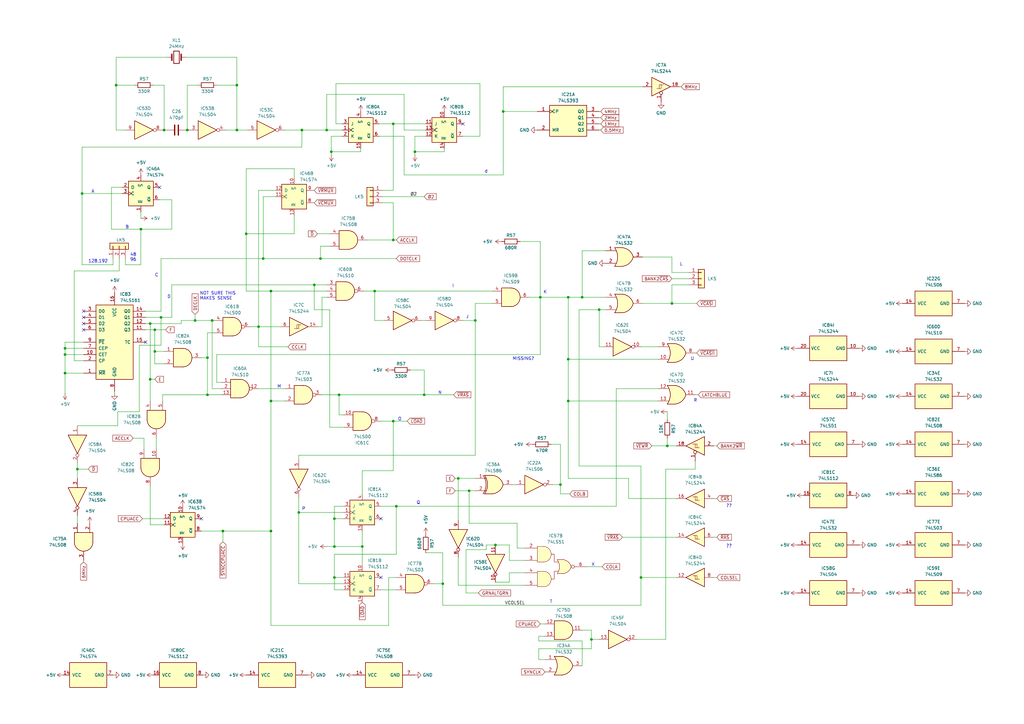
<source format=kicad_sch>
(kicad_sch (version 20230121) (generator eeschema)
  (paper "A3")
  (junction (at 31.75 192.405))
  (junction (at 233.045 164.465))
  (junction (at 273.685 182.88))
  (junction (at 137.16 212.725))
  (junction (at 97.155 34.925))
  (junction (at 135.89 62.23))
  (junction (at 139.065 161.925))
  (junction (at 107.95 106.045))
  (junction (at 161.29 98.425))
  (junction (at 63.5 135.255))
  (junction (at 97.155 53.34))
  (junction (at 137.16 236.855))
  (junction (at 76.835 53.34))
  (junction (at 100.965 95.885))
  (junction (at 194.945 131.445))
  (junction (at 148.59 224.155))
  (junction (at 229.87 198.755))
  (junction (at 161.29 172.72))
  (junction (at 153.67 119.38))
  (junction (at 57.785 93.98))
  (junction (at 187.96 196.215))
  (junction (at 262.89 236.855))
  (junction (at 26.67 142.875))
  (junction (at 133.985 53.34))
  (junction (at 238.76 121.92))
  (junction (at 192.405 201.295))
  (junction (at 80.01 131.445))
  (junction (at 162.56 207.645))
  (junction (at 61.595 155.575))
  (junction (at 111.125 217.805))
  (junction (at 111.125 119.38))
  (junction (at 128.905 116.84))
  (junction (at 91.44 217.805))
  (junction (at 233.045 147.32))
  (junction (at 106.045 133.985))
  (junction (at 26.67 145.415))
  (junction (at 170.18 62.23))
  (junction (at 67.31 53.34))
  (junction (at 66.04 130.175))
  (junction (at 245.745 127))
  (junction (at 111.125 164.465))
  (junction (at 242.57 262.255))
  (junction (at 26.67 153.035))
  (junction (at 203.2 223.52))
  (junction (at 221.615 121.92))
  (junction (at 86.995 131.445))
  (junction (at 123.825 53.34))
  (junction (at 122.555 210.185))
  (junction (at 137.16 224.155))
  (junction (at 131.445 106.045))
  (junction (at 47.625 34.925))
  (junction (at 85.09 161.925))
  (junction (at 61.595 132.715))
  (junction (at 181.61 239.395))
  (junction (at 206.375 45.72))
  (junction (at 85.09 146.685))
  (junction (at 275.59 124.46))
  (junction (at 173.99 161.925))
  (junction (at 233.045 121.92))
  (junction (at 33.655 79.375))
  (junction (at 161.29 50.8))
  (junction (at 63.5 144.145))
  (no_connect (at 82.55 212.725))
  (no_connect (at 34.29 130.175))
  (no_connect (at 156.21 212.725))
  (no_connect (at 34.29 127.635))
  (no_connect (at 34.29 135.255))
  (no_connect (at 59.69 140.335))
  (no_connect (at 65.405 76.835))
  (no_connect (at 156.21 236.855))
  (no_connect (at 34.29 132.715))
  (no_connect (at 189.865 50.8))
  (wire (pts (xy 48.26 168.91) (xy 48.26 174.625)))
  (wire (pts (xy 165.735 38.735) (xy 165.735 53.34)))
  (wire (pts (xy 47.625 53.34) (xy 47.625 34.925)))
  (wire (pts (xy 132.08 133.985) (xy 132.08 121.92)))
  (wire (pts (xy 86.995 131.445) (xy 86.995 159.385)))
  (wire (pts (xy 63.5 144.145) (xy 63.5 135.255)))
  (wire (pts (xy 275.59 105.41) (xy 275.59 111.76)))
  (wire (pts (xy 267.335 182.88) (xy 273.685 182.88)))
  (wire (pts (xy 150.495 98.425) (xy 161.29 98.425)))
  (wire (pts (xy 57.785 89.535) (xy 57.785 86.995)))
  (wire (pts (xy 238.76 262.89) (xy 220.98 262.89)))
  (wire (pts (xy 161.29 98.425) (xy 162.56 98.425)))
  (wire (pts (xy 245.745 142.24) (xy 247.65 142.24)))
  (wire (pts (xy 262.89 236.855) (xy 277.495 236.855)))
  (wire (pts (xy 80.01 128.905) (xy 80.01 131.445)))
  (wire (pts (xy 220.98 262.89) (xy 220.98 260.985)))
  (wire (pts (xy 59.055 179.705) (xy 59.055 184.15)))
  (wire (pts (xy 45.72 76.835) (xy 45.72 93.98)))
  (wire (pts (xy 97.155 53.34) (xy 97.155 34.925)))
  (wire (pts (xy 212.09 214.63) (xy 192.405 214.63)))
  (wire (pts (xy 242.57 266.065) (xy 242.57 262.255)))
  (wire (pts (xy 67.31 53.34) (xy 68.58 53.34)))
  (wire (pts (xy 156.21 207.645) (xy 162.56 207.645)))
  (wire (pts (xy 85.09 161.925) (xy 66.675 161.925)))
  (wire (pts (xy 120.65 95.885) (xy 100.965 95.885)))
  (wire (pts (xy 237.49 127) (xy 237.49 191.135)))
  (wire (pts (xy 123.825 60.325) (xy 33.655 60.325)))
  (wire (pts (xy 88.9 156.845) (xy 90.805 156.845)))
  (wire (pts (xy 88.9 34.925) (xy 97.155 34.925)))
  (wire (pts (xy 148.59 224.155) (xy 148.59 231.775)))
  (wire (pts (xy 257.81 196.215) (xy 257.81 204.47)))
  (wire (pts (xy 58.42 212.725) (xy 67.31 212.725)))
  (wire (pts (xy 186.055 161.925) (xy 173.99 161.925)))
  (wire (pts (xy 133.985 119.38) (xy 111.125 119.38)))
  (wire (pts (xy 133.985 53.34) (xy 140.335 53.34)))
  (wire (pts (xy 135.255 127) (xy 135.255 175.26)))
  (wire (pts (xy 106.045 78.105) (xy 106.045 133.985)))
  (wire (pts (xy 85.09 146.685) (xy 82.55 146.685)))
  (wire (pts (xy 212.09 224.79) (xy 215.265 224.79)))
  (wire (pts (xy 162.56 207.645) (xy 162.56 227.33)))
  (wire (pts (xy 88.9 145.415) (xy 221.615 145.415)))
  (wire (pts (xy 120.65 88.265) (xy 120.65 95.885)))
  (wire (pts (xy 86.995 159.385) (xy 90.805 159.385)))
  (wire (pts (xy 191.135 225.425) (xy 191.135 243.205)))
  (wire (pts (xy 123.825 53.34) (xy 133.985 53.34)))
  (wire (pts (xy 237.49 191.135) (xy 262.89 191.135)))
  (wire (pts (xy 161.29 78.105) (xy 161.29 50.8)))
  (wire (pts (xy 106.045 133.985) (xy 114.935 133.985)))
  (wire (pts (xy 77.47 53.34) (xy 76.835 53.34)))
  (wire (pts (xy 61.595 155.575) (xy 61.595 164.465)))
  (wire (pts (xy 211.455 198.755) (xy 210.185 198.755)))
  (wire (pts (xy 122.555 203.835) (xy 122.555 210.185)))
  (wire (pts (xy 186.69 201.295) (xy 192.405 201.295)))
  (wire (pts (xy 273.685 179.705) (xy 273.685 182.88)))
  (wire (pts (xy 275.59 111.76) (xy 282.575 111.76)))
  (wire (pts (xy 57.15 141.605) (xy 57.15 168.91)))
  (wire (pts (xy 189.865 55.88) (xy 196.85 55.88)))
  (wire (pts (xy 255.27 220.345) (xy 277.495 220.345)))
  (wire (pts (xy 148.59 217.805) (xy 148.59 224.155)))
  (wire (pts (xy 122.555 210.185) (xy 140.97 210.185)))
  (wire (pts (xy 189.865 131.445) (xy 194.945 131.445)))
  (wire (pts (xy 174.625 55.88) (xy 170.18 55.88)))
  (wire (pts (xy 116.84 53.34) (xy 123.825 53.34)))
  (wire (pts (xy 51.435 106.045) (xy 51.435 108.585)))
  (wire (pts (xy 221.615 99.06) (xy 213.36 99.06)))
  (wire (pts (xy 131.445 100.965) (xy 131.445 106.045)))
  (wire (pts (xy 215.265 229.87) (xy 208.915 229.87)))
  (wire (pts (xy 31.75 174.625) (xy 48.26 174.625)))
  (wire (pts (xy 187.96 240.03) (xy 187.96 228.6)))
  (wire (pts (xy 47.625 23.495) (xy 68.58 23.495)))
  (wire (pts (xy 139.065 170.18) (xy 139.065 161.925)))
  (wire (pts (xy 294.005 182.88) (xy 292.735 182.88)))
  (wire (pts (xy 100.965 95.885) (xy 100.965 69.215)))
  (wire (pts (xy 111.125 119.38) (xy 100.965 119.38)))
  (wire (pts (xy 220.98 266.065) (xy 242.57 266.065)))
  (wire (pts (xy 273.05 192.405) (xy 285.115 192.405)))
  (wire (pts (xy 165.735 55.88) (xy 165.735 71.755)))
  (wire (pts (xy 33.655 79.375) (xy 50.165 79.375)))
  (wire (pts (xy 34.29 230.505) (xy 34.29 229.87)))
  (wire (pts (xy 135.89 62.23) (xy 135.89 63.5)))
  (wire (pts (xy 122.555 186.69) (xy 194.945 186.69)))
  (wire (pts (xy 221.615 121.92) (xy 221.615 99.06)))
  (wire (pts (xy 133.985 38.735) (xy 165.735 38.735)))
  (wire (pts (xy 199.39 223.52) (xy 199.39 225.425)))
  (wire (pts (xy 245.745 127) (xy 237.49 127)))
  (wire (pts (xy 26.67 145.415) (xy 26.67 153.035)))
  (wire (pts (xy 153.67 119.38) (xy 201.93 119.38)))
  (wire (pts (xy 70.485 93.98) (xy 70.485 81.915)))
  (wire (pts (xy 246.38 45.72) (xy 245.745 45.72)))
  (wire (pts (xy 34.29 140.335) (xy 26.67 140.335)))
  (wire (pts (xy 51.435 108.585) (xy 57.785 108.585)))
  (wire (pts (xy 170.18 55.88) (xy 170.18 62.23)))
  (wire (pts (xy 137.16 236.855) (xy 140.97 236.855)))
  (wire (pts (xy 246.38 48.26) (xy 245.745 48.26)))
  (wire (pts (xy 85.09 146.685) (xy 85.09 161.925)))
  (wire (pts (xy 221.615 255.905) (xy 223.52 255.905)))
  (wire (pts (xy 273.685 168.91) (xy 273.685 172.085)))
  (wire (pts (xy 46.99 161.29) (xy 46.99 160.655)))
  (wire (pts (xy 173.99 161.925) (xy 139.065 161.925)))
  (wire (pts (xy 130.175 133.985) (xy 132.08 133.985)))
  (wire (pts (xy 156.845 78.105) (xy 161.29 78.105)))
  (wire (pts (xy 87.63 136.525) (xy 85.09 136.525)))
  (wire (pts (xy 67.31 149.225) (xy 63.5 149.225)))
  (wire (pts (xy 248.285 127) (xy 245.745 127)))
  (wire (pts (xy 47.625 34.925) (xy 47.625 23.495)))
  (wire (pts (xy 131.445 106.045) (xy 162.56 106.045)))
  (wire (pts (xy 51.435 53.34) (xy 47.625 53.34)))
  (wire (pts (xy 135.255 175.26) (xy 140.97 175.26)))
  (wire (pts (xy 61.595 132.715) (xy 61.595 155.575)))
  (wire (pts (xy 229.87 202.565) (xy 233.68 202.565)))
  (wire (pts (xy 221.615 145.415) (xy 221.615 121.92)))
  (wire (pts (xy 248.285 102.87) (xy 238.76 102.87)))
  (wire (pts (xy 196.85 34.29) (xy 137.795 34.29)))
  (wire (pts (xy 263.525 105.41) (xy 275.59 105.41)))
  (wire (pts (xy 111.125 217.805) (xy 111.125 256.54)))
  (wire (pts (xy 252.73 159.385) (xy 252.73 207.645)))
  (wire (pts (xy 263.525 124.46) (xy 275.59 124.46)))
  (wire (pts (xy 233.045 164.465) (xy 269.875 164.465)))
  (wire (pts (xy 208.915 238.76) (xy 208.915 234.95)))
  (wire (pts (xy 47.625 34.925) (xy 55.245 34.925)))
  (wire (pts (xy 196.85 55.88) (xy 196.85 34.29)))
  (wire (pts (xy 294.005 236.855) (xy 292.735 236.855)))
  (wire (pts (xy 113.03 78.105) (xy 106.045 78.105)))
  (wire (pts (xy 156.21 241.935) (xy 162.56 241.935)))
  (wire (pts (xy 100.965 119.38) (xy 100.965 95.885)))
  (wire (pts (xy 74.295 132.715) (xy 74.295 131.445)))
  (wire (pts (xy 262.89 191.135) (xy 262.89 236.855)))
  (wire (pts (xy 128.905 83.185) (xy 128.27 83.185)))
  (wire (pts (xy 100.965 69.215) (xy 120.65 69.215)))
  (wire (pts (xy 242.57 258.445) (xy 238.76 258.445)))
  (wire (pts (xy 26.67 153.035) (xy 34.29 153.035)))
  (wire (pts (xy 59.69 130.175) (xy 66.04 130.175)))
  (wire (pts (xy 229.87 182.245) (xy 226.06 182.245)))
  (wire (pts (xy 187.96 196.215) (xy 187.96 213.36)))
  (wire (pts (xy 31.75 192.405) (xy 36.195 192.405)))
  (wire (pts (xy 61.595 199.39) (xy 61.595 215.265)))
  (wire (pts (xy 192.405 214.63) (xy 192.405 201.295)))
  (wire (pts (xy 221.615 121.92) (xy 233.045 121.92)))
  (wire (pts (xy 66.04 127.635) (xy 66.04 106.045)))
  (wire (pts (xy 162.56 227.33) (xy 137.16 227.33)))
  (wire (pts (xy 128.905 127) (xy 135.255 127)))
  (wire (pts (xy 199.39 225.425) (xy 191.135 225.425)))
  (wire (pts (xy 233.045 121.92) (xy 233.045 147.32)))
  (wire (pts (xy 128.905 78.105) (xy 128.27 78.105)))
  (wire (pts (xy 260.985 262.255) (xy 273.05 262.255)))
  (wire (pts (xy 181.61 226.695) (xy 181.61 239.395)))
  (wire (pts (xy 111.125 217.805) (xy 91.44 217.805)))
  (wire (pts (xy 106.045 133.985) (xy 106.045 142.24)))
  (wire (pts (xy 191.135 243.205) (xy 196.215 243.205)))
  (wire (pts (xy 48.895 111.125) (xy 30.48 111.125)))
  (wire (pts (xy 273.685 182.88) (xy 277.495 182.88)))
  (wire (pts (xy 70.485 81.915) (xy 65.405 81.915)))
  (wire (pts (xy 238.76 102.87) (xy 238.76 121.92)))
  (wire (pts (xy 33.655 108.585) (xy 33.655 79.375)))
  (wire (pts (xy 156.845 83.185) (xy 161.29 83.185)))
  (wire (pts (xy 242.57 262.255) (xy 245.745 262.255)))
  (wire (pts (xy 285.115 192.405) (xy 285.115 189.23)))
  (wire (pts (xy 269.875 159.385) (xy 252.73 159.385)))
  (wire (pts (xy 63.5 144.145) (xy 67.31 144.145)))
  (wire (pts (xy 91.44 217.805) (xy 82.55 217.805)))
  (wire (pts (xy 59.69 132.715) (xy 61.595 132.715)))
  (wire (pts (xy 277.495 204.47) (xy 257.81 204.47)))
  (wire (pts (xy 26.67 145.415) (xy 34.29 145.415)))
  (wire (pts (xy 59.69 127.635) (xy 66.04 127.635)))
  (wire (pts (xy 155.575 50.8) (xy 161.29 50.8)))
  (wire (pts (xy 91.44 222.25) (xy 91.44 217.805)))
  (wire (pts (xy 106.045 159.385) (xy 116.84 159.385)))
  (wire (pts (xy 26.67 142.875) (xy 26.67 145.415)))
  (wire (pts (xy 107.95 106.045) (xy 131.445 106.045)))
  (wire (pts (xy 26.67 142.875) (xy 34.29 142.875)))
  (wire (pts (xy 76.835 53.34) (xy 76.2 53.34)))
  (wire (pts (xy 26.67 140.335) (xy 26.67 142.875)))
  (wire (pts (xy 153.67 131.445) (xy 157.48 131.445)))
  (wire (pts (xy 159.385 236.855) (xy 162.56 236.855)))
  (wire (pts (xy 111.125 164.465) (xy 111.125 217.805)))
  (wire (pts (xy 229.87 198.755) (xy 229.87 182.245)))
  (wire (pts (xy 31.75 192.405) (xy 31.75 196.215)))
  (wire (pts (xy 246.38 53.34) (xy 245.745 53.34)))
  (wire (pts (xy 137.795 50.8) (xy 140.335 50.8)))
  (wire (pts (xy 203.2 223.52) (xy 199.39 223.52)))
  (wire (pts (xy 285.75 144.78) (xy 285.115 144.78)))
  (wire (pts (xy 66.04 130.175) (xy 70.485 130.175)))
  (wire (pts (xy 70.485 130.175) (xy 70.485 116.84)))
  (wire (pts (xy 128.905 116.84) (xy 128.905 127)))
  (wire (pts (xy 122.555 188.595) (xy 122.555 186.69)))
  (wire (pts (xy 206.375 71.755) (xy 206.375 45.72)))
  (wire (pts (xy 66.675 53.34) (xy 67.31 53.34)))
  (wire (pts (xy 66.04 106.045) (xy 107.95 106.045)))
  (wire (pts (xy 34.29 147.955) (xy 30.48 147.955)))
  (wire (pts (xy 137.795 34.29) (xy 137.795 50.8)))
  (wire (pts (xy 233.045 164.465) (xy 233.045 196.215)))
  (wire (pts (xy 48.895 106.045) (xy 48.895 111.125)))
  (wire (pts (xy 177.8 239.395) (xy 181.61 239.395)))
  (wire (pts (xy 212.09 224.79) (xy 212.09 214.63)))
  (wire (pts (xy 206.375 45.72) (xy 220.345 45.72)))
  (wire (pts (xy 31.75 189.865) (xy 31.75 192.405)))
  (wire (pts (xy 226.695 198.755) (xy 229.87 198.755)))
  (wire (pts (xy 275.59 114.3) (xy 282.575 114.3)))
  (wire (pts (xy 269.875 142.24) (xy 262.89 142.24)))
  (wire (pts (xy 194.945 131.445) (xy 194.945 186.69)))
  (wire (pts (xy 97.155 23.495) (xy 76.2 23.495)))
  (wire (pts (xy 275.59 124.46) (xy 275.59 116.84)))
  (wire (pts (xy 208.915 229.87) (xy 208.915 223.52)))
  (wire (pts (xy 111.125 256.54) (xy 159.385 256.54)))
  (wire (pts (xy 88.9 145.415) (xy 88.9 156.845)))
  (wire (pts (xy 173.99 151.765) (xy 173.99 161.925)))
  (wire (pts (xy 238.76 273.05) (xy 238.76 262.89)))
  (wire (pts (xy 140.335 55.88) (xy 135.89 55.88)))
  (wire (pts (xy 139.065 161.925) (xy 132.08 161.925)))
  (wire (pts (xy 223.52 270.51) (xy 220.98 270.51)))
  (wire (pts (xy 182.245 62.23) (xy 170.18 62.23)))
  (wire (pts (xy 46.355 108.585) (xy 33.655 108.585)))
  (wire (pts (xy 137.16 224.155) (xy 148.59 224.155)))
  (wire (pts (xy 63.5 149.225) (xy 63.5 144.145)))
  (wire (pts (xy 181.61 239.395) (xy 181.61 248.285)))
  (wire (pts (xy 172.72 131.445) (xy 174.625 131.445)))
  (wire (pts (xy 85.09 136.525) (xy 85.09 146.685)))
  (wire (pts (xy 64.135 184.15) (xy 64.135 179.705)))
  (wire (pts (xy 57.785 93.98) (xy 70.485 93.98)))
  (wire (pts (xy 57.15 168.91) (xy 48.26 168.91)))
  (wire (pts (xy 208.915 223.52) (xy 203.2 223.52)))
  (wire (pts (xy 137.16 212.725) (xy 137.16 224.155)))
  (wire (pts (xy 107.95 80.645) (xy 107.95 106.045)))
  (wire (pts (xy 140.97 170.18) (xy 139.065 170.18)))
  (wire (pts (xy 137.16 207.645) (xy 137.16 212.725)))
  (wire (pts (xy 123.825 53.34) (xy 123.825 60.325)))
  (wire (pts (xy 233.045 147.32) (xy 269.875 147.32)))
  (wire (pts (xy 106.045 142.24) (xy 118.11 142.24)))
  (wire (pts (xy 161.29 50.8) (xy 174.625 50.8)))
  (wire (pts (xy 275.59 116.84) (xy 282.575 116.84)))
  (wire (pts (xy 57.785 108.585) (xy 57.785 93.98)))
  (wire (pts (xy 122.555 239.395) (xy 140.97 239.395)))
  (wire (pts (xy 133.985 224.155) (xy 137.16 224.155)))
  (wire (pts (xy 220.98 270.51) (xy 220.98 266.065)))
  (wire (pts (xy 262.89 248.285) (xy 262.89 236.855)))
  (wire (pts (xy 147.955 60.96) (xy 147.955 62.23)))
  (wire (pts (xy 246.38 50.8) (xy 245.745 50.8)))
  (wire (pts (xy 181.61 248.285) (xy 262.89 248.285)))
  (wire (pts (xy 187.96 196.215) (xy 194.945 196.215)))
  (wire (pts (xy 130.175 95.885) (xy 135.255 95.885)))
  (wire (pts (xy 97.155 34.925) (xy 97.155 23.495)))
  (wire (pts (xy 208.915 234.95) (xy 215.265 234.95)))
  (wire (pts (xy 70.485 116.84) (xy 128.905 116.84)))
  (wire (pts (xy 74.295 131.445) (xy 80.01 131.445)))
  (wire (pts (xy 50.165 76.835) (xy 45.72 76.835)))
  (wire (pts (xy 148.59 202.565) (xy 148.59 193.04)))
  (wire (pts (xy 61.595 215.265) (xy 67.31 215.265)))
  (wire (pts (xy 233.045 121.92) (xy 238.76 121.92)))
  (wire (pts (xy 33.655 60.325) (xy 33.655 79.375)))
  (wire (pts (xy 233.045 147.32) (xy 233.045 164.465)))
  (wire (pts (xy 113.03 80.645) (xy 107.95 80.645)))
  (wire (pts (xy 161.29 193.04) (xy 161.29 172.72)))
  (wire (pts (xy 286.385 161.925) (xy 285.115 161.925)))
  (wire (pts (xy 229.87 202.565) (xy 229.87 198.755)))
  (wire (pts (xy 85.09 161.925) (xy 90.805 161.925)))
  (wire (pts (xy 63.5 135.255) (xy 67.945 135.255)))
  (wire (pts (xy 61.595 155.575) (xy 63.5 155.575)))
  (wire (pts (xy 30.48 147.955) (xy 30.48 111.125)))
  (wire (pts (xy 135.89 55.88) (xy 135.89 62.23)))
  (wire (pts (xy 106.045 133.985) (xy 102.87 133.985)))
  (wire (pts (xy 122.555 210.185) (xy 122.555 239.395)))
  (wire (pts (xy 148.59 193.04) (xy 161.29 193.04)))
  (wire (pts (xy 194.945 124.46) (xy 201.93 124.46)))
  (wire (pts (xy 66.04 141.605) (xy 57.15 141.605)))
  (wire (pts (xy 159.385 256.54) (xy 159.385 236.855)))
  (wire (pts (xy 242.57 262.255) (xy 242.57 258.445)))
  (wire (pts (xy 45.72 93.98) (xy 57.785 93.98)))
  (wire (pts (xy 46.355 106.045) (xy 46.355 108.585)))
  (wire (pts (xy 31.75 214.63) (xy 31.75 211.455)))
  (wire (pts (xy 120.65 69.215) (xy 120.65 73.025)))
  (wire (pts (xy 137.16 212.725) (xy 140.97 212.725)))
  (wire (pts (xy 245.745 127) (xy 245.745 142.24)))
  (wire (pts (xy 215.265 240.03) (xy 187.96 240.03)))
  (wire (pts (xy 81.28 34.925) (xy 76.835 34.925)))
  (wire (pts (xy 66.04 130.175) (xy 66.04 141.605)))
  (wire (pts (xy 220.98 260.985) (xy 223.52 260.985)))
  (wire (pts (xy 233.045 196.215) (xy 257.81 196.215)))
  (wire (pts (xy 135.255 100.965) (xy 131.445 100.965)))
  (wire (pts (xy 273.05 262.255) (xy 273.05 192.405)))
  (wire (pts (xy 66.675 161.925) (xy 66.675 164.465)))
  (wire (pts (xy 54.61 179.705) (xy 59.055 179.705)))
  (wire (pts (xy 140.97 207.645) (xy 137.16 207.645)))
  (wire (pts (xy 132.08 121.92) (xy 133.985 121.92)))
  (wire (pts (xy 173.99 151.765) (xy 168.275 151.765)))
  (wire (pts (xy 101.6 53.34) (xy 97.155 53.34)))
  (wire (pts (xy 67.31 34.925) (xy 67.31 53.34)))
  (wire (pts (xy 162.56 207.645) (xy 252.73 207.645)))
  (wire (pts (xy 170.18 62.23) (xy 170.18 63.5)))
  (wire (pts (xy 80.01 131.445) (xy 86.995 131.445)))
  (wire (pts (xy 279.4 35.56) (xy 278.765 35.56)))
  (wire (pts (xy 247.015 232.41) (xy 240.665 232.41)))
  (wire (pts (xy 153.67 119.38) (xy 153.67 131.445)))
  (wire (pts (xy 294.005 204.47) (xy 292.735 204.47)))
  (wire (pts (xy 161.29 172.72) (xy 156.21 172.72)))
  (wire (pts (xy 167.005 172.72) (xy 161.29 172.72)))
  (wire (pts (xy 217.17 121.92) (xy 221.615 121.92)))
  (wire (pts (xy 203.2 238.76) (xy 208.915 238.76)))
  (wire (pts (xy 186.69 196.215) (xy 187.96 196.215)))
  (wire (pts (xy 263.525 35.56) (xy 206.375 35.56)))
  (wire (pts (xy 238.76 121.92) (xy 248.285 121.92)))
  (wire (pts (xy 165.735 71.755) (xy 206.375 71.755)))
  (wire (pts (xy 155.575 55.88) (xy 165.735 55.88)))
  (wire (pts (xy 137.16 227.33) (xy 137.16 236.855)))
  (wire (pts (xy 192.405 201.295) (xy 194.945 201.295)))
  (wire (pts (xy 61.595 132.715) (xy 74.295 132.715)))
  (wire (pts (xy 174.625 226.695) (xy 181.61 226.695)))
  (wire (pts (xy 133.985 53.34) (xy 133.985 38.735)))
  (wire (pts (xy 63.5 135.255) (xy 59.69 135.255)))
  (wire (pts (xy 128.905 116.84) (xy 133.985 116.84)))
  (wire (pts (xy 111.125 119.38) (xy 111.125 164.465)))
  (wire (pts (xy 165.735 53.34) (xy 174.625 53.34)))
  (wire (pts (xy 76.835 34.925) (xy 76.835 53.34)))
  (wire (pts (xy 86.995 131.445) (xy 87.63 131.445)))
  (wire (pts (xy 140.97 241.935) (xy 137.16 241.935)))
  (wire (pts (xy 206.375 35.56) (xy 206.375 45.72)))
  (wire (pts (xy 26.67 153.035) (xy 26.67 161.29)))
  (wire (pts (xy 92.71 53.34) (xy 97.155 53.34)))
  (wire (pts (xy 294.005 220.345) (xy 292.735 220.345)))
  (wire (pts (xy 111.125 164.465) (xy 116.84 164.465)))
  (wire (pts (xy 137.16 241.935) (xy 137.16 236.855)))
  (wire (pts (xy 182.245 60.96) (xy 182.245 62.23)))
  (wire (pts (xy 149.225 119.38) (xy 153.67 119.38)))
  (wire (pts (xy 62.865 34.925) (xy 67.31 34.925)))
  (wire (pts (xy 156.845 80.645) (xy 173.99 80.645)))
  (wire (pts (xy 161.29 83.185) (xy 161.29 98.425)))
  (wire (pts (xy 275.59 124.46) (xy 285.75 124.46)))
  (wire (pts (xy 147.955 62.23) (xy 135.89 62.23)))
  (wire (pts (xy 194.945 131.445) (xy 194.945 124.46)))
  (text "U" (at 283.21 147.955 0) (effects (font (size 1.27 1.27)) (justify left bottom)))
  (text "K" (at 222.885 120.65 0) (effects (font (size 1.27 1.27)) (justify left bottom)))
  (text "R" (at 284.48 165.1 0) (effects (font (size 1.27 1.27)) (justify left bottom)))
  (text "I" (at 185.42 118.11 0) (effects (font (size 1.27 1.27)) (justify left bottom)))
  (text "P" (at 123.825 209.55 0) (effects (font (size 1.27 1.27)) (justify left bottom)))
  (text "128,192" (at 36.195 107.95 0) (effects (font (size 1.27 1.27)) (justify left bottom)))
  (text "B" (at 51.435 93.98 0) (effects (font (size 1.27 1.27)) (justify left bottom)))
  (text "A" (at 37.465 79.375 0) (effects (font (size 1.27 1.27)) (justify left bottom)))
  (text "??" (at 297.815 208.28 0) (effects (font (size 1.27 1.27)) (justify left bottom)))
  (text "N" (at 179.705 161.925 0) (effects (font (size 1.27 1.27)) (justify left bottom)))
  (text "C" (at 63.5 113.665 0) (effects (font (size 1.27 1.27)) (justify left bottom)))
  (text "d" (at 198.755 71.12 0) (effects (font (size 1.27 1.27)) (justify left bottom)))
  (text "D" (at 68.58 122.555 0) (effects (font (size 1.27 1.27)) (justify left bottom)))
  (text "48\n96" (at 53.34 107.315 0) (effects (font (size 1.27 1.27)) (justify left bottom)))
  (text "L" (at 278.765 109.22 0) (effects (font (size 1.27 1.27)) (justify left bottom)))
  (text "J" (at 191.135 130.81 0) (effects (font (size 1.27 1.27)) (justify left bottom)))
  (text "??" (at 297.815 224.79 0) (effects (font (size 1.27 1.27)) (justify left bottom)))
  (text "X" (at 242.57 232.41 0) (effects (font (size 1.27 1.27)) (justify left bottom)))
  (text "NOT SURE THIS\nMAKES SENSE" (at 81.915 123.19 0) (effects (font (size 1.27 1.27)) (justify left bottom)))
  (text "MISSING?" (at 210.185 147.955 0) (effects (font (size 1.27 1.27)) (justify left bottom)))
  (text "T" (at 225.425 247.65 0) (effects (font (size 1.27 1.27)) (justify left bottom)))
  (text "O" (at 163.195 172.72 0) (effects (font (size 1.27 1.27)) (justify left bottom)))
  (text "M" (at 113.665 159.385 0) (effects (font (size 1.27 1.27)) (justify left bottom)))
  (text "Q" (at 170.815 207.01 0) (effects (font (size 1.27 1.27)) (justify left bottom)))
  (label "VCOLSEL" (at 207.01 248.285 0))
  (label "Ø2" (at 168.275 80.645 0))
  (global_label "ACCLK" (shape input) (at 54.61 179.705 180) (property "Intersheetrefs" "${INTERSHEET_REFS}" (effects hide)))
  (global_label "~{VCASI}" (shape input) (at 285.75 124.46 0) (property "Intersheetrefs" "${INTERSHEET_REFS}" (effects hide)))
  (global_label "E" (shape input) (at 186.69 196.215 180) (property "Intersheetrefs" "${INTERSHEET_REFS}" (effects hide)))
  (global_label "8MHz" (shape input) (at 279.4 35.56 0) (property "Intersheetrefs" "${INTERSHEET_REFS}" (effects hide)))
  (global_label "Ø2" (shape input) (at 173.99 80.645 0) (property "Intersheetrefs" "${INTERSHEET_REFS}" (effects hide)))
  (global_label "~{D}" (shape input) (at 36.195 192.405 0) (property "Intersheetrefs" "${INTERSHEET_REFS}" (effects hide)))
  (global_label "~{VCASII}" (shape input) (at 285.75 144.78 0) (property "Intersheetrefs" "${INTERSHEET_REFS}" (effects hide)))
  (global_label "0.5MHz" (shape input) (at 246.38 53.34 0) (property "Intersheetrefs" "${INTERSHEET_REFS}" (effects hide)))
  (global_label "CPUACC" (shape input) (at 58.42 212.725 180) (property "Intersheetrefs" "${INTERSHEET_REFS}" (effects hide)))
  (global_label "~{VEWR}" (shape input) (at 267.335 182.88 180) (property "Intersheetrefs" "${INTERSHEET_REFS}" (effects hide)))
  (global_label "~{SYNCCPUACC}" (shape input) (at 91.44 222.25 270) (property "Intersheetrefs" "${INTERSHEET_REFS}" (effects hide)))
  (global_label "GRNALTGRN" (shape input) (at 196.215 243.205 0) (property "Intersheetrefs" "${INTERSHEET_REFS}" (effects hide)))
  (global_label "CCLK" (shape input) (at 118.11 142.24 0) (property "Intersheetrefs" "${INTERSHEET_REFS}" (effects hide)))
  (global_label "BANK2~{CAS}" (shape input) (at 275.59 114.3 180) (property "Intersheetrefs" "${INTERSHEET_REFS}" (effects hide)))
  (global_label "COLB" (shape input) (at 233.68 202.565 0) (property "Intersheetrefs" "${INTERSHEET_REFS}" (effects hide)))
  (global_label "~{VRMUX}" (shape input) (at 128.905 78.105 0) (property "Intersheetrefs" "${INTERSHEET_REFS}" (effects hide)))
  (global_label "F" (shape input) (at 67.945 135.255 0) (property "Intersheetrefs" "${INTERSHEET_REFS}" (effects hide)))
  (global_label "COLSEL" (shape input) (at 294.005 236.855 0) (property "Intersheetrefs" "${INTERSHEET_REFS}" (effects hide)))
  (global_label "~{LOAD}" (shape input) (at 148.59 247.015 270) (property "Intersheetrefs" "${INTERSHEET_REFS}" (effects hide)))
  (global_label "~{VRAS}" (shape input) (at 186.055 161.925 0) (property "Intersheetrefs" "${INTERSHEET_REFS}" (effects hide)))
  (global_label "DECLK" (shape input) (at 80.01 128.905 90) (property "Intersheetrefs" "${INTERSHEET_REFS}" (effects hide)))
  (global_label "~{VRAS}" (shape input) (at 255.27 220.345 180) (property "Intersheetrefs" "${INTERSHEET_REFS}" (effects hide)))
  (global_label "4MHz" (shape input) (at 246.38 45.72 0) (property "Intersheetrefs" "${INTERSHEET_REFS}" (effects hide)))
  (global_label "BANK2~{WR}" (shape input) (at 294.005 182.88 0) (property "Intersheetrefs" "${INTERSHEET_REFS}" (effects hide)))
  (global_label "2MHz" (shape input) (at 246.38 48.26 0) (property "Intersheetrefs" "${INTERSHEET_REFS}" (effects hide)))
  (global_label "~{VCMUX}" (shape input) (at 128.905 83.185 0) (property "Intersheetrefs" "${INTERSHEET_REFS}" (effects hide)))
  (global_label "1MHz" (shape input) (at 246.38 50.8 0) (property "Intersheetrefs" "${INTERSHEET_REFS}" (effects hide)))
  (global_label "DOTCLK" (shape input) (at 162.56 106.045 0) (property "Intersheetrefs" "${INTERSHEET_REFS}" (effects hide)))
  (global_label "COLA" (shape input) (at 247.015 232.41 0) (property "Intersheetrefs" "${INTERSHEET_REFS}" (effects hide)))
  (global_label "~{CAS}" (shape input) (at 294.005 204.47 0) (property "Intersheetrefs" "${INTERSHEET_REFS}" (effects hide)))
  (global_label "CPUACC" (shape input) (at 221.615 255.905 180) (property "Intersheetrefs" "${INTERSHEET_REFS}" (effects hide)))
  (global_label "~{D}" (shape input) (at 130.175 95.885 180) (property "Intersheetrefs" "${INTERSHEET_REFS}" (effects hide)))
  (global_label "LATCHBLUE" (shape input) (at 286.385 161.925 0) (property "Intersheetrefs" "${INTERSHEET_REFS}" (effects hide)))
  (global_label "6MHz" (shape input) (at 34.29 230.505 270) (property "Intersheetrefs" "${INTERSHEET_REFS}" (effects hide)))
  (global_label "~{RAS}" (shape input) (at 294.005 220.345 0) (property "Intersheetrefs" "${INTERSHEET_REFS}" (effects hide)))
  (global_label "SYNCLK" (shape input) (at 223.52 275.59 180) (property "Intersheetrefs" "${INTERSHEET_REFS}" (effects hide)))
  (global_label "ACCLK" (shape input) (at 162.56 98.425 0) (property "Intersheetrefs" "${INTERSHEET_REFS}" (effects hide)))
  (global_label "F" (shape input) (at 186.69 201.295 180) (property "Intersheetrefs" "${INTERSHEET_REFS}" (effects hide)))
  (global_label "E" (shape input) (at 63.5 155.575 0) (property "Intersheetrefs" "${INTERSHEET_REFS}" (effects hide)))
  (global_label "~{LOAD}" (shape input) (at 167.005 172.72 0) (property "Intersheetrefs" "${INTERSHEET_REFS}" (effects hide)))
  (symbol (lib_id "power:+5V") (at 370.205 182.245 90) (unit 1)
    (property "Reference" "#PWR015" (effects hide))
    (property "Value" "+5V" (at 367.03 182.245 90) (effects (justify left)))
    (instances (project "lynx128" (path "" (reference "#PWR015") (unit 1)) (path "" (reference "#PWR088") (unit 1)) (path "" (reference "#PWR0147") (unit 1))))
  )
  (symbol (lib_id "power:GND") (at 271.145 41.91 0) (mirror y) (unit 1)
    (property "Reference" "#PWR011" (effects hide))
    (property "Value" "GND" (at 271.145 46.355 0))
  )
  (symbol (lib_id "74xx:74LS32") (at 255.905 105.41 0) (unit 1)
    (property "Reference" "IC47" (at 255.905 97.155 0))
    (property "Value" "74LS32" (at 255.905 99.695 0))
    (property "Footprint" "LYNX:DIP-14_W7.62mm" (effects hide))
    (property "Datasheet" "http://www.ti.com/lit/gpn/sn74LS32" (effects hide))
  )
  (symbol (lib_id "power:+5V") (at 74.93 222.885 180) (unit 1)
    (property "Reference" "#PWR015" (effects hide))
    (property "Value" "+5V" (at 74.93 227.965 0))
    (instances (project "lynx128" (path "" (reference "#PWR015") (unit 1)) (path "" (reference "#PWR088") (unit 1)) (path "" (reference "#PWR0151") (unit 1))))
  )
  (symbol (lib_id "74xx:74LS08") (at 61.595 191.77 90) (mirror x) (unit 3)
    (property "Reference" "IC82" (at 55.245 190.4917 90) (effects (justify left)))
    (property "Value" "74LS08" (at 55.245 193.0317 90) (effects (justify left)))
    (property "Footprint" "LYNX:DIP-14_W7.62mm" (effects hide))
    (property "Datasheet" "http://www.ti.com/lit/gpn/sn74LS08" (effects hide))
  )
  (symbol (lib_id "74xx:74LS08") (at 382.905 182.245 90) (unit 5)
    (property "Reference" "IC82" (at 382.905 172.085 90))
    (property "Value" "74LS08" (at 382.905 174.625 90))
    (property "Footprint" "LYNX:DIP-14_W7.62mm" (effects hide))
    (property "Datasheet" "http://www.ti.com/lit/gpn/sn74LS08" (effects hide))
  )
  (symbol (lib_id "74xx:74LS04") (at 31.75 203.835 270) (unit 2)
    (property "Reference" "IC58" (at 36.195 202.565 90) (effects (justify left)))
    (property "Value" "74LS04" (at 36.195 205.105 90) (effects (justify left)))
    (property "Footprint" "LYNX:DIP-14_W7.62mm" (effects hide))
    (property "Datasheet" "http://www.ti.com/lit/gpn/sn74LS04" (effects hide))
  )
  (symbol (lib_id "74xx:74LS112") (at 182.245 53.34 0) (unit 2)
    (property "Reference" "IC80" (at 184.4391 43.815 0) (effects (justify left)))
    (property "Value" "74LS112" (at 184.4391 46.355 0) (effects (justify left)))
    (property "Footprint" "LYNX:DIP-16_W7.62mm" (effects hide))
    (property "Datasheet" "http://www.ti.com/lit/gpn/sn74LS112" (effects hide))
  )
  (symbol (lib_id "74xx:74LS32") (at 255.905 124.46 0) (unit 2)
    (property "Reference" "IC47" (at 255.905 116.205 0))
    (property "Value" "74LS32" (at 255.905 118.745 0))
    (property "Footprint" "LYNX:DIP-14_W7.62mm" (effects hide))
    (property "Datasheet" "http://www.ti.com/lit/gpn/sn74LS32" (effects hide))
  )
  (symbol (lib_id "power:GND") (at 395.605 124.46 90) (mirror x) (unit 1)
    (property "Reference" "#PWR040" (effects hide))
    (property "Value" "GND" (at 398.78 124.46 90) (effects (justify right)))
    (instances (project "lynx128" (path "" (reference "#PWR040") (unit 1)) (path "" (reference "#PWR048") (unit 1)) (path "" (reference "#PWR051") (unit 1)) (path "" (reference "#PWR087") (unit 1)) (path "" (reference "#PWR0177") (unit 1))))
  )
  (symbol (lib_id "74xx:74LS08") (at 74.93 146.685 0) (unit 1)
    (property "Reference" "IC82" (at 74.9217 137.795 0))
    (property "Value" "74LS08" (at 74.9217 140.335 0))
    (property "Footprint" "LYNX:DIP-14_W7.62mm" (effects hide))
    (property "Datasheet" "http://www.ti.com/lit/gpn/sn74LS08" (effects hide))
  )
  (symbol (lib_id "power:+5V") (at 26.67 161.29 180) (unit 1)
    (property "Reference" "#PWR015" (effects hide))
    (property "Value" "+5V" (at 26.67 165.735 0))
    (instances (project "lynx128" (path "" (reference "#PWR015") (unit 1)) (path "" (reference "#PWR088") (unit 1)) (path "" (reference "#PWR0143") (unit 1))))
  )
  (symbol (lib_id "74xx:74LS244_Split") (at 285.115 236.855 0) (mirror y) (unit 4)
    (property "Reference" "IC84" (at 285.115 228.6 0))
    (property "Value" "74LS244" (at 285.115 231.14 0))
    (property "Footprint" "LYNX:DIP-20_W7.62mm" (effects hide))
    (property "Datasheet" "http://www.ti.com/lit/ds/symlink/sn74ls241.pdf" (effects hide))
  )
  (symbol (lib_id "Device:C") (at 72.39 53.34 90) (unit 1)
    (property "Reference" "C26" (at 72.39 45.72 90))
    (property "Value" "470pF" (at 72.39 48.26 90))
    (property "Footprint" "LYNX:C_Disc_5.08mm - Large Box" (effects hide))
    (instances (project "lynx128" (path "" (reference "C26") (unit 1)) (path "" (reference "C46") (unit 1))))
  )
  (symbol (lib_id "74xx:74LS04") (at 203.2 231.14 270) (unit 5)
    (property "Reference" "IC58" (at 194.31 230.505 90) (effects (justify left)))
    (property "Value" "74LS04" (at 194.31 233.045 90) (effects (justify left)))
    (property "Footprint" "LYNX:DIP-14_W7.62mm" (effects hide))
    (property "Datasheet" "http://www.ti.com/lit/gpn/sn74LS04" (effects hide))
  )
  (symbol (lib_id "74xx:74LS08") (at 142.875 98.425 0) (unit 2)
    (property "Reference" "IC75" (at 142.8667 89.535 0))
    (property "Value" "74LS08" (at 142.8667 92.075 0))
    (property "Footprint" "LYNX:DIP-14_W7.62mm" (effects hide))
    (property "Datasheet" "http://www.ti.com/lit/gpn/sn74LS08" (effects hide))
  )
  (symbol (lib_id "74xx:74LS244_Split") (at 122.555 133.985 0) (unit 3)
    (property "Reference" "IC7" (at 122.555 125.095 0))
    (property "Value" "74LS244" (at 122.555 127.635 0))
    (property "Footprint" "LYNX:DIP-20_W7.62mm" (effects hide))
    (property "Datasheet" "http://www.ti.com/lit/ds/symlink/sn74ls241.pdf" (effects hide))
  )
  (symbol (lib_id "power:+5V") (at 370.205 243.205 90) (unit 1)
    (property "Reference" "#PWR015" (effects hide))
    (property "Value" "+5V" (at 367.03 243.205 90) (effects (justify left)))
    (instances (project "lynx128" (path "" (reference "#PWR015") (unit 1)) (path "" (reference "#PWR088") (unit 1)) (path "" (reference "#PWR0153") (unit 1))))
  )
  (symbol (lib_id "Device:R") (at 273.685 175.895 0) (unit 1)
    (property "Reference" "R57" (at 276.225 175.895 90))
    (property "Value" "10K" (at 271.145 175.895 90))
    (property "Footprint" "LYNX:Resistor 10.16mm" (effects hide))
    (instances (project "lynx128" (path "" (reference "R57") (unit 1)) (path "" (reference "R78") (unit 1))))
  )
  (symbol (lib_id "power:+5V") (at 160.655 151.765 90) (unit 1)
    (property "Reference" "#PWR015" (effects hide))
    (property "Value" "+5V" (at 156.845 151.765 90) (effects (justify left)))
    (instances (project "lynx128" (path "" (reference "#PWR015") (unit 1)) (path "" (reference "#PWR088") (unit 1)) (path "" (reference "#PWR0161") (unit 1))))
  )
  (symbol (lib_id "power:+5V") (at 74.93 207.645 0) (unit 1)
    (property "Reference" "#PWR015" (effects hide))
    (property "Value" "+5V" (at 74.93 203.2 0))
    (instances (project "lynx128" (path "" (reference "#PWR015") (unit 1)) (path "" (reference "#PWR088") (unit 1)) (path "" (reference "#PWR0152") (unit 1))))
  )
  (symbol (lib_id "power:GND") (at 395.605 202.565 90) (mirror x) (unit 1)
    (property "Reference" "#PWR040" (effects hide))
    (property "Value" "GND" (at 398.78 202.565 90) (effects (justify right)))
    (instances (project "lynx128" (path "" (reference "#PWR040") (unit 1)) (path "" (reference "#PWR048") (unit 1)) (path "" (reference "#PWR051") (unit 1)) (path "" (reference "#PWR087") (unit 1)) (path "" (reference "#PWR0175") (unit 1))))
  )
  (symbol (lib_id "power:GND") (at 395.605 162.56 90) (mirror x) (unit 1)
    (property "Reference" "#PWR040" (effects hide))
    (property "Value" "GND" (at 398.78 162.56 90) (effects (justify right)))
    (instances (project "lynx128" (path "" (reference "#PWR040") (unit 1)) (path "" (reference "#PWR048") (unit 1)) (path "" (reference "#PWR051") (unit 1)) (path "" (reference "#PWR087") (unit 1)) (path "" (reference "#PWR0168") (unit 1))))
  )
  (symbol (lib_id "74xx:74LS00") (at 148.59 172.72 0) (mirror x) (unit 3)
    (property "Reference" "IC61" (at 148.5817 181.61 0))
    (property "Value" "74LS00" (at 148.5817 179.07 0))
    (property "Footprint" "LYNX:DIP-14_W7.62mm" (effects hide))
    (property "Datasheet" "http://www.ti.com/lit/gpn/sn74ls00" (effects hide))
  )
  (symbol (lib_id "74xx:74LS04") (at 122.555 196.215 270) (unit 3)
    (property "Reference" "IC62" (at 128.27 194.945 90) (effects (justify left)))
    (property "Value" "74LS04" (at 128.27 197.485 90) (effects (justify left)))
    (property "Footprint" "LYNX:DIP-14_W7.62mm" (effects hide))
    (property "Datasheet" "http://www.ti.com/lit/gpn/sn74LS04" (effects hide))
  )
  (symbol (lib_id "74xx:74LS04") (at 85.09 53.34 0) (unit 2)
    (property "Reference" "IC53" (at 85.09 44.45 0))
    (property "Value" "74LS04" (at 85.09 46.99 0))
    (property "Footprint" "LYNX:DIP-14_W7.62mm" (effects hide))
    (property "Datasheet" "http://www.ti.com/lit/gpn/sn74LS04" (effects hide))
  )
  (symbol (lib_id "power:+5V") (at 205.74 99.06 90) (unit 1)
    (property "Reference" "#PWR015" (effects hide))
    (property "Value" "+5V" (at 201.93 99.06 90) (effects (justify left)))
    (instances (project "lynx128" (path "" (reference "#PWR015") (unit 1)) (path "" (reference "#PWR088") (unit 1)) (path "" (reference "#PWR0155") (unit 1))))
  )
  (symbol (lib_id "74xx:74LS03") (at 170.18 239.395 0) (unit 2)
    (property "Reference" "IC77" (at 170.1717 231.14 0))
    (property "Value" "74LS03" (at 170.1717 233.68 0))
    (property "Footprint" "LYNX:DIP-14_W7.62mm" (effects hide))
    (property "Datasheet" "http://www.ti.com/lit/gpn/sn74LS03" (effects hide))
  )
  (symbol (lib_id "power:GND") (at 248.285 107.95 270) (mirror x) (unit 1)
    (property "Reference" "#PWR040" (effects hide))
    (property "Value" "GND" (at 245.11 107.95 90) (effects (justify right)))
    (instances (project "lynx128" (path "" (reference "#PWR040") (unit 1)) (path "" (reference "#PWR048") (unit 1)) (path "" (reference "#PWR051") (unit 1)) (path "" (reference "#PWR087") (unit 1)) (path "" (reference "#PWR0158") (unit 1))))
  )
  (symbol (lib_id "power:+5V") (at 26.035 276.86 90) (unit 1)
    (property "Reference" "#PWR015" (effects hide))
    (property "Value" "+5V" (at 22.86 276.86 90) (effects (justify left)))
    (instances (project "lynx128" (path "" (reference "#PWR015") (unit 1)) (path "" (reference "#PWR088") (unit 1)) (path "" (reference "#PWR0118") (unit 1))))
  )
  (symbol (lib_id "Device:Crystal") (at 72.39 23.495 0) (unit 1)
    (property "Reference" "XL1" (at 72.39 16.51 0))
    (property "Value" "24MHz" (at 72.39 19.05 0))
    (property "Footprint" "LYNX:5.08mm Misc - No Box" (effects hide))
  )
  (symbol (lib_id "power:GND") (at 83.185 276.86 90) (mirror x) (unit 1)
    (property "Reference" "#PWR040" (effects hide))
    (property "Value" "GND" (at 86.36 276.86 90) (effects (justify right)))
    (instances (project "lynx128" (path "" (reference "#PWR040") (unit 1)) (path "" (reference "#PWR048") (unit 1)) (path "" (reference "#PWR051") (unit 1)) (path "" (reference "#PWR087") (unit 1)) (path "" (reference "#PWR0130") (unit 1))))
  )
  (symbol (lib_id "power:+5V") (at 170.18 63.5 180) (unit 1)
    (property "Reference" "#PWR015" (effects hide))
    (property "Value" "+5V" (at 170.18 67.945 0))
    (instances (project "lynx128" (path "" (reference "#PWR015") (unit 1)) (path "" (reference "#PWR088") (unit 1)) (path "" (reference "#PWR0133") (unit 1))))
  )
  (symbol (lib_id "power:+5V") (at 327.025 142.875 90) (unit 1)
    (property "Reference" "#PWR015" (effects hide))
    (property "Value" "+5V" (at 323.85 142.875 90) (effects (justify left)))
    (instances (project "lynx128" (path "" (reference "#PWR015") (unit 1)) (path "" (reference "#PWR088") (unit 1)) (path "" (reference "#PWR014") (unit 1))))
  )
  (symbol (lib_id "74xx:74LS86") (at 382.905 202.565 90) (unit 5)
    (property "Reference" "IC36" (at 382.905 192.405 90))
    (property "Value" "74LS86" (at 382.905 194.945 90))
    (property "Footprint" "LYNX:DIP-14_W7.62mm" (effects hide))
    (property "Datasheet" "74xx/74ls86.pdf" (effects hide))
  )
  (symbol (lib_id "power:+5V") (at 327.025 223.52 90) (unit 1)
    (property "Reference" "#PWR015" (effects hide))
    (property "Value" "+5V" (at 323.85 223.52 90) (effects (justify left)))
    (instances (project "lynx128" (path "" (reference "#PWR015") (unit 1)) (path "" (reference "#PWR088") (unit 1)) (path "" (reference "#PWR0156") (unit 1))))
  )
  (symbol (lib_id "74xx:74LS10") (at 382.905 144.145 90) (unit 4)
    (property "Reference" "IC60" (at 382.905 133.985 90))
    (property "Value" "74LS10" (at 382.905 136.525 90))
    (property "Footprint" "LYNX:DIP-14_W7.62mm" (effects hide))
    (property "Datasheet" "http://www.ti.com/lit/gpn/sn74LS10" (effects hide))
  )
  (symbol (lib_id "power:+5V") (at 370.205 124.46 90) (unit 1)
    (property "Reference" "#PWR015" (effects hide))
    (property "Value" "+5V" (at 367.03 124.46 90) (effects (justify left)))
    (instances (project "lynx128" (path "" (reference "#PWR015") (unit 1)) (path "" (reference "#PWR088") (unit 1)) (path "" (reference "#PWR0178") (unit 1))))
  )
  (symbol (lib_id "74xx:74LS04") (at 253.365 262.255 0) (unit 6)
    (property "Reference" "IC45" (at 253.365 253.365 0))
    (property "Value" "74LS04" (at 253.365 255.905 0))
    (property "Footprint" "LYNX:DIP-14_W7.62mm" (effects hide))
    (property "Datasheet" "http://www.ti.com/lit/gpn/sn74LS04" (effects hide))
  )
  (symbol (lib_id "74xx:74LS10") (at 98.425 159.385 0) (unit 1)
    (property "Reference" "IC60" (at 98.4167 151.13 0))
    (property "Value" "74LS10" (at 98.4167 153.67 0))
    (property "Footprint" "LYNX:DIP-14_W7.62mm" (effects hide))
    (property "Datasheet" "http://www.ti.com/lit/gpn/sn74LS10" (effects hide))
  )
  (symbol (lib_id "74xx:74LS393") (at 233.045 48.26 0) (unit 1)
    (property "Reference" "IC21" (at 233.045 38.735 0))
    (property "Value" "74LS393" (at 233.045 41.275 0))
    (property "Footprint" "LYNX:DIP-14_W7.62mm" (effects hide))
    (property "Datasheet" "74xx\\74LS393.pdf" (effects hide))
  )
  (symbol (lib_id "power:+5V") (at 370.205 162.56 90) (unit 1)
    (property "Reference" "#PWR015" (effects hide))
    (property "Value" "+5V" (at 367.03 162.56 90) (effects (justify left)))
    (instances (project "lynx128" (path "" (reference "#PWR015") (unit 1)) (path "" (reference "#PWR088") (unit 1)) (path "" (reference "#PWR0169") (unit 1))))
  )
  (symbol (lib_id "power:+5V") (at 46.99 120.015 0) (unit 1)
    (property "Reference" "#PWR015" (effects hide))
    (property "Value" "+5V" (at 46.99 114.935 0))
    (instances (project "lynx128" (path "" (reference "#PWR015") (unit 1)) (path "" (reference "#PWR088") (unit 1)) (path "" (reference "#PWR0141") (unit 1))))
  )
  (symbol (lib_id "power:GND") (at 395.605 182.245 90) (mirror x) (unit 1)
    (property "Reference" "#PWR040" (effects hide))
    (property "Value" "GND" (at 398.78 182.245 90) (effects (justify right)))
    (instances (project "lynx128" (path "" (reference "#PWR040") (unit 1)) (path "" (reference "#PWR048") (unit 1)) (path "" (reference "#PWR051") (unit 1)) (path "" (reference "#PWR087") (unit 1)) (path "" (reference "#PWR0146") (unit 1))))
  )
  (symbol (lib_id "Device:R") (at 164.465 151.765 90) (unit 1)
    (property "Reference" "R57" (at 164.465 149.225 90))
    (property "Value" "330R" (at 164.465 154.305 90))
    (property "Footprint" "LYNX:Resistor 10.16mm" (effects hide))
    (instances (project "lynx128" (path "" (reference "R57") (unit 1)) (path "" (reference "R77") (unit 1))))
  )
  (symbol (lib_id "74xx:74LS03") (at 124.46 161.925 0) (unit 1)
    (property "Reference" "IC77" (at 124.4517 153.035 0))
    (property "Value" "74LS03" (at 124.4517 155.575 0))
    (property "Footprint" "LYNX:DIP-14_W7.62mm" (effects hide))
    (property "Datasheet" "http://www.ti.com/lit/gpn/sn74LS03" (effects hide))
  )
  (symbol (lib_id "Device:R") (at 59.055 34.925 90) (unit 1)
    (property "Reference" "R57" (at 59.055 32.385 90))
    (property "Value" "330R" (at 59.055 37.465 90))
    (property "Footprint" "LYNX:Resistor 10.16mm" (effects hide))
    (instances (project "lynx128" (path "" (reference "R57") (unit 1)) (path "" (reference "R72") (unit 1))))
  )
  (symbol (lib_id "power:+5V") (at 218.44 182.245 90) (unit 1)
    (property "Reference" "#PWR015" (effects hide))
    (property "Value" "+5V" (at 214.63 182.245 90) (effects (justify left)))
    (instances (project "lynx128" (path "" (reference "#PWR015") (unit 1)) (path "" (reference "#PWR088") (unit 1)) (path "" (reference "#PWR0179") (unit 1))))
  )
  (symbol (lib_id "74xx:74LS06") (at 382.905 124.46 90) (unit 7)
    (property "Reference" "IC22" (at 382.905 114.3 90))
    (property "Value" "74LS06" (at 382.905 116.84 90))
    (property "Footprint" "LYNX:DIP-14_W7.62mm" (effects hide))
    (property "Datasheet" "http://www.ti.com/lit/gpn/sn74LS06" (effects hide))
  )
  (symbol (lib_id "74xx:74LS112") (at 147.955 53.34 0) (unit 1)
    (property "Reference" "IC80" (at 150.1491 43.815 0) (effects (justify left)))
    (property "Value" "74LS112" (at 150.1491 46.355 0) (effects (justify left)))
    (property "Footprint" "LYNX:DIP-16_W7.62mm" (effects hide))
    (property "Datasheet" "http://www.ti.com/lit/gpn/sn74LS112" (effects hide))
  )
  (symbol (lib_id "74xx:74LS04") (at 59.055 53.34 0) (unit 4)
    (property "Reference" "IC53" (at 59.055 44.45 0))
    (property "Value" "74LS04" (at 59.055 46.99 0))
    (property "Footprint" "LYNX:DIP-14_W7.62mm" (effects hide))
    (property "Datasheet" "http://www.ti.com/lit/gpn/sn74LS04" (effects hide))
  )
  (symbol (lib_id "74xx:74LS04") (at 187.96 220.98 270) (unit 4)
    (property "Reference" "IC62" (at 191.135 220.98 90) (effects (justify left)))
    (property "Value" "74LS04" (at 191.135 223.52 90) (effects (justify left)))
    (property "Footprint" "LYNX:DIP-14_W7.62mm" (effects hide))
    (property "Datasheet" "http://www.ti.com/lit/gpn/sn74LS04" (effects hide))
  )
  (symbol (lib_id "power:+5V") (at 135.89 63.5 180) (unit 1)
    (property "Reference" "#PWR015" (effects hide))
    (property "Value" "+5V" (at 135.89 67.945 0))
    (instances (project "lynx128" (path "" (reference "#PWR015") (unit 1)) (path "" (reference "#PWR088") (unit 1)) (path "" (reference "#PWR0132") (unit 1))))
  )
  (symbol (lib_id "power:+5V") (at 144.78 276.86 90) (unit 1)
    (property "Reference" "#PWR015" (effects hide))
    (property "Value" "+5V" (at 141.605 276.86 90) (effects (justify left)))
    (instances (project "lynx128" (path "" (reference "#PWR015") (unit 1)) (path "" (reference "#PWR088") (unit 1)) (path "" (reference "#PWR0139") (unit 1))))
  )
  (symbol (lib_id "74xx:74LS51") (at 227.965 232.41 0) (unit 2)
    (property "Reference" "IC57" (at 227.965 219.71 0))
    (property "Value" "74LS51" (at 227.965 222.25 0))
    (property "Footprint" "LYNX:DIP-14_W7.62mm" (effects hide))
    (property "Datasheet" "http://www.ti.com/lit/ds/symlink/sn74ls51.pdf" (effects hide))
  )
  (symbol (lib_id "74xx:74LS04") (at 165.1 131.445 0) (unit 3)
    (property "Reference" "IC58" (at 165.1 123.19 0))
    (property "Value" "74LS04" (at 165.1 125.73 0))
    (property "Footprint" "LYNX:DIP-14_W7.62mm" (effects hide))
    (property "Datasheet" "http://www.ti.com/lit/gpn/sn74LS04" (effects hide))
  )
  (symbol (lib_id "74xx:74LS32") (at 277.495 144.78 0) (unit 3)
    (property "Reference" "IC47" (at 277.495 136.525 0))
    (property "Value" "74LS32" (at 277.495 139.065 0))
    (property "Footprint" "LYNX:DIP-14_W7.62mm" (effects hide))
    (property "Datasheet" "http://www.ti.com/lit/gpn/sn74LS32" (effects hide))
  )
  (symbol (lib_id "power:+5V") (at 329.565 203.2 90) (unit 1)
    (property "Reference" "#PWR015" (effects hide))
    (property "Value" "+5V" (at 326.39 203.2 90) (effects (justify left)))
    (instances (project "lynx128" (path "" (reference "#PWR015") (unit 1)) (path "" (reference "#PWR088") (unit 1)) (path "" (reference "#PWR0163") (unit 1))))
  )
  (symbol (lib_id "74xx:74LS04") (at 182.245 131.445 0) (unit 4)
    (property "Reference" "IC58" (at 182.245 122.555 0))
    (property "Value" "74LS04" (at 182.245 125.095 0))
    (property "Footprint" "LYNX:DIP-14_W7.62mm" (effects hide))
    (property "Datasheet" "http://www.ti.com/lit/gpn/sn74LS04" (effects hide))
  )
  (symbol (lib_id "power:GND") (at 349.885 203.2 90) (mirror x) (unit 1)
    (property "Reference" "#PWR040" (effects hide))
    (property "Value" "GND" (at 353.06 203.2 90) (effects (justify right)))
    (instances (project "lynx128" (path "" (reference "#PWR040") (unit 1)) (path "" (reference "#PWR048") (unit 1)) (path "" (reference "#PWR051") (unit 1)) (path "" (reference "#PWR087") (unit 1)) (path "" (reference "#PWR0162") (unit 1))))
  )
  (symbol (lib_id "74xx:74LS32") (at 339.725 223.52 90) (unit 5)
    (property "Reference" "IC47" (at 339.725 213.995 90))
    (property "Value" "74LS32" (at 339.725 216.535 90))
    (property "Footprint" "LYNX:DIP-14_W7.62mm" (effects hide))
    (property "Datasheet" "http://www.ti.com/lit/gpn/sn74LS32" (effects hide))
  )
  (symbol (lib_id "power:+5V") (at 370.205 144.145 90) (unit 1)
    (property "Reference" "#PWR015" (effects hide))
    (property "Value" "+5V" (at 367.03 144.145 90) (effects (justify left)))
    (instances (project "lynx128" (path "" (reference "#PWR015") (unit 1)) (path "" (reference "#PWR088") (unit 1)) (path "" (reference "#PWR0145") (unit 1))))
  )
  (symbol (lib_id "74xx:74LS04") (at 255.27 142.24 0) (unit 5)
    (property "Reference" "IC62" (at 255.27 133.35 0))
    (property "Value" "74LS04" (at 255.27 135.89 0))
    (property "Footprint" "LYNX:DIP-14_W7.62mm" (effects hide))
    (property "Datasheet" "http://www.ti.com/lit/gpn/sn74LS04" (effects hide))
  )
  (symbol (lib_id "power:GND") (at 395.605 223.52 90) (mirror x) (unit 1)
    (property "Reference" "#PWR040" (effects hide))
    (property "Value" "GND" (at 398.78 223.52 90) (effects (justify right)))
    (instances (project "lynx128" (path "" (reference "#PWR040") (unit 1)) (path "" (reference "#PWR048") (unit 1)) (path "" (reference "#PWR051") (unit 1)) (path "" (reference "#PWR087") (unit 1)) (path "" (reference "#PWR0159") (unit 1))))
  )
  (symbol (lib_id "74xx:74LS112") (at 148.59 210.185 0) (unit 1)
    (property "Reference" "IC81" (at 150.7841 200.66 0) (effects (justify left)))
    (property "Value" "74LS112" (at 150.7841 203.2 0) (effects (justify left)))
    (property "Footprint" "LYNX:DIP-16_W7.62mm" (effects hide))
    (property "Datasheet" "http://www.ti.com/lit/gpn/sn74LS112" (effects hide))
  )
  (symbol (lib_id "power:GND") (at 46.355 276.86 90) (mirror x) (unit 1)
    (property "Reference" "#PWR040" (effects hide))
    (property "Value" "GND" (at 49.53 276.86 90) (effects (justify right)))
    (instances (project "lynx128" (path "" (reference "#PWR040") (unit 1)) (path "" (reference "#PWR048") (unit 1)) (path "" (reference "#PWR051") (unit 1)) (path "" (reference "#PWR087") (unit 1)) (path "" (reference "#PWR0117") (unit 1))))
  )
  (symbol (lib_id "74xx:74LS32") (at 277.495 161.925 0) (unit 4)
    (property "Reference" "IC47" (at 277.495 153.67 0))
    (property "Value" "74LS32" (at 277.495 156.21 0))
    (property "Footprint" "LYNX:DIP-14_W7.62mm" (effects hide))
    (property "Datasheet" "http://www.ti.com/lit/gpn/sn74LS32" (effects hide))
  )
  (symbol (lib_id "74xx:74LS08") (at 64.135 172.085 90) (mirror x) (unit 2)
    (property "Reference" "IC82" (at 57.785 170.8067 90) (effects (justify left)))
    (property "Value" "74LS08" (at 57.785 173.3467 90) (effects (justify left)))
    (property "Footprint" "LYNX:DIP-14_W7.62mm" (effects hide))
    (property "Datasheet" "http://www.ti.com/lit/gpn/sn74LS08" (effects hide))
  )
  (symbol (lib_id "power:GND") (at 352.425 243.205 90) (mirror x) (unit 1)
    (property "Reference" "#PWR040" (effects hide))
    (property "Value" "GND" (at 355.6 243.205 90) (effects (justify right)))
    (instances (project "lynx128" (path "" (reference "#PWR040") (unit 1)) (path "" (reference "#PWR048") (unit 1)) (path "" (reference "#PWR051") (unit 1)) (path "" (reference "#PWR087") (unit 1)) (path "" (reference "#PWR0149") (unit 1))))
  )
  (symbol (lib_id "power:GND") (at 352.425 182.245 90) (mirror x) (unit 1)
    (property "Reference" "#PWR040" (effects hide))
    (property "Value" "GND" (at 355.6 182.245 90) (effects (justify right)))
    (instances (project "lynx128" (path "" (reference "#PWR040") (unit 1)) (path "" (reference "#PWR048") (unit 1)) (path "" (reference "#PWR051") (unit 1)) (path "" (reference "#PWR087") (unit 1)) (path "" (reference "#PWR0166") (unit 1))))
  )
  (symbol (lib_id "74xx:74LS244_Split") (at 339.725 142.875 90) (unit 9)
    (property "Reference" "IC84" (at 339.725 133.35 90))
    (property "Value" "74LS244" (at 339.725 135.89 90))
    (property "Footprint" "LYNX:DIP-20_W7.62mm" (effects hide))
    (property "Datasheet" "http://www.ti.com/lit/ds/symlink/sn74ls241.pdf" (effects hide))
  )
  (symbol (lib_id "power:+5V") (at 182.245 45.72 0) (unit 1)
    (property "Reference" "#PWR015" (effects hide))
    (property "Value" "+5V" (at 182.245 40.64 0))
    (instances (project "lynx128" (path "" (reference "#PWR015") (unit 1)) (path "" (reference "#PWR088") (unit 1)) (path "" (reference "#PWR0134") (unit 1))))
  )
  (symbol (lib_id "74xx:74LS04") (at 31.75 182.245 270) (unit 1)
    (property "Reference" "IC58" (at 36.195 182.245 90) (effects (justify left)))
    (property "Value" "74LS04" (at 36.195 184.785 90) (effects (justify left)))
    (property "Footprint" "LYNX:DIP-14_W7.62mm" (effects hide))
    (property "Datasheet" "http://www.ti.com/lit/gpn/sn74LS04" (effects hide))
  )
  (symbol (lib_id "74xx:74LS74") (at 57.785 79.375 0) (unit 1)
    (property "Reference" "IC46" (at 59.9791 69.215 0) (effects (justify left)))
    (property "Value" "74LS74" (at 59.9791 71.755 0) (effects (justify left)))
    (property "Footprint" "LYNX:DIP-14_W7.62mm" (effects hide))
    (property "Datasheet" "74xx/74hc_hct74.pdf" (effects hide))
  )
  (symbol (lib_id "74xx:74LS00") (at 95.25 133.985 0) (unit 2)
    (property "Reference" "IC61" (at 95.2417 125.73 0))
    (property "Value" "74LS00" (at 95.2417 128.27 0))
    (property "Footprint" "LYNX:DIP-14_W7.62mm" (effects hide))
    (property "Datasheet" "http://www.ti.com/lit/gpn/sn74ls00" (effects hide))
  )
  (symbol (lib_id "74xx:74LS09") (at 209.55 121.92 0) (unit 2)
    (property "Reference" "IC59" (at 209.5417 113.03 0))
    (property "Value" "74LS09" (at 209.5417 115.57 0))
    (property "Footprint" "LYNX:DIP-14_W7.62mm" (effects hide))
    (property "Datasheet" "http://www.ti.com/lit/gpn/sn74LS09" (effects hide))
  )
  (symbol (lib_id "power:GND") (at 395.605 243.205 90) (mirror x) (unit 1)
    (property "Reference" "#PWR040" (effects hide))
    (property "Value" "GND" (at 398.78 243.205 90) (effects (justify right)))
    (instances (project "lynx128" (path "" (reference "#PWR040") (unit 1)) (path "" (reference "#PWR048") (unit 1)) (path "" (reference "#PWR051") (unit 1)) (path "" (reference "#PWR087") (unit 1)) (path "" (reference "#PWR0154") (unit 1))))
  )
  (symbol (lib_id "Connector_Generic:Conn_01x03") (at 287.655 114.3 0) (unit 1)
    (property "Reference" "LK5" (at 290.195 114.3 0) (effects (justify left)))
    (property "Value" "-" (effects hide))
    (property "Footprint" "LYNX:LK 3-Pin 2.54mm - No Box" (effects hide))
    (instances (project "lynx128" (path "" (reference "LK5") (unit 1)) (path "" (reference "LK12") (unit 1)) (path "" (reference "LK15") (unit 1))))
  )
  (symbol (lib_id "power:GND") (at 170.18 276.86 90) (mirror x) (unit 1)
    (property "Reference" "#PWR040" (effects hide))
    (property "Value" "GND" (at 173.355 276.86 90) (effects (justify right)))
    (instances (project "lynx128" (path "" (reference "#PWR040") (unit 1)) (path "" (reference "#PWR048") (unit 1)) (path "" (reference "#PWR051") (unit 1)) (path "" (reference "#PWR087") (unit 1)) (path "" (reference "#PWR0140") (unit 1))))
  )
  (symbol (lib_id "74xx:74LS112") (at 73.025 276.86 90) (unit 3)
    (property "Reference" "IC80" (at 73.025 266.7 90))
    (property "Value" "74LS112" (at 73.025 269.24 90))
    (property "Footprint" "LYNX:DIP-16_W7.62mm" (effects hide))
    (property "Datasheet" "http://www.ti.com/lit/gpn/sn74LS112" (effects hide))
  )
  (symbol (lib_id "Device:R") (at 85.09 34.925 90) (unit 1)
    (property "Reference" "R57" (at 85.09 32.385 90))
    (property "Value" "330R" (at 85.09 37.465 90))
    (property "Footprint" "LYNX:Resistor 10.16mm" (effects hide))
    (instances (project "lynx128" (path "" (reference "R57") (unit 1)) (path "" (reference "R71") (unit 1))))
  )
  (symbol (lib_id "power:+5V") (at 36.83 214.63 0) (unit 1)
    (property "Reference" "#PWR015" (effects hide))
    (property "Value" "+5V" (at 36.83 209.55 0))
    (instances (project "lynx128" (path "" (reference "#PWR015") (unit 1)) (path "" (reference "#PWR088") (unit 1)) (path "" (reference "#PWR0150") (unit 1))))
  )
  (symbol (lib_id "power:+5V") (at 62.865 276.86 90) (unit 1)
    (property "Reference" "#PWR015" (effects hide))
    (property "Value" "+5V" (at 59.69 276.86 90) (effects (justify left)))
    (instances (project "lynx128" (path "" (reference "#PWR015") (unit 1)) (path "" (reference "#PWR088") (unit 1)) (path "" (reference "#PWR0131") (unit 1))))
  )
  (symbol (lib_id "power:GND") (at 352.425 162.56 90) (mirror x) (unit 1)
    (property "Reference" "#PWR040" (effects hide))
    (property "Value" "GND" (at 355.6 162.56 90) (effects (justify right)))
    (instances (project "lynx128" (path "" (reference "#PWR040") (unit 1)) (path "" (reference "#PWR048") (unit 1)) (path "" (reference "#PWR051") (unit 1)) (path "" (reference "#PWR087") (unit 1)) (path "" (reference "#PWR0172") (unit 1))))
  )
  (symbol (lib_id "74xx:74LS74") (at 36.195 276.86 90) (unit 3)
    (property "Reference" "IC46" (at 36.195 266.7 90))
    (property "Value" "74LS74" (at 36.195 269.24 90))
    (property "Footprint" "LYNX:DIP-14_W7.62mm" (effects hide))
    (property "Datasheet" "74xx/74hc_hct74.pdf" (effects hide))
  )
  (symbol (lib_id "74xx:74LS244_Split") (at 271.145 35.56 0) (unit 1)
    (property "Reference" "IC7" (at 271.145 26.67 0))
    (property "Value" "74LS244" (at 271.145 29.21 0))
    (property "Footprint" "LYNX:DIP-20_W7.62mm" (effects hide))
    (property "Datasheet" "http://www.ti.com/lit/ds/symlink/sn74ls241.pdf" (effects hide))
  )
  (symbol (lib_id "power:+5V") (at 133.985 224.155 90) (unit 1)
    (property "Reference" "#PWR015" (effects hide))
    (property "Value" "+5V" (at 130.175 224.155 90) (effects (justify left)))
    (instances (project "lynx128" (path "" (reference "#PWR015") (unit 1)) (path "" (reference "#PWR088") (unit 1)) (path "" (reference "#PWR0164") (unit 1))))
  )
  (symbol (lib_id "74xx:74LS08") (at 231.14 258.445 0) (unit 4)
    (property "Reference" "IC75" (at 231.1317 250.19 0))
    (property "Value" "74LS08" (at 231.1317 252.73 0))
    (property "Footprint" "LYNX:DIP-14_W7.62mm" (effects hide))
    (property "Datasheet" "http://www.ti.com/lit/gpn/sn74LS08" (effects hide))
  )
  (symbol (lib_id "74xx:74LS04") (at 109.22 53.34 0) (unit 3)
    (property "Reference" "IC53" (at 109.22 45.085 0))
    (property "Value" "74LS04" (at 109.22 47.625 0))
    (property "Footprint" "LYNX:DIP-14_W7.62mm" (effects hide))
    (property "Datasheet" "http://www.ti.com/lit/gpn/sn74LS04" (effects hide))
  )
  (symbol (lib_id "74xx:74LS112") (at 339.725 203.2 90) (unit 3)
    (property "Reference" "IC81" (at 339.725 193.675 90))
    (property "Value" "74LS112" (at 339.725 196.215 90))
    (property "Footprint" "LYNX:DIP-16_W7.62mm" (effects hide))
    (property "Datasheet" "http://www.ti.com/lit/gpn/sn74LS112" (effects hide))
  )
  (symbol (lib_id "74xx:74LS161") (at 46.99 140.335 0) (unit 1)
    (property "Reference" "IC83" (at 49.1841 120.65 0) (effects (justify left)))
    (property "Value" "74LS161" (at 49.1841 123.19 0) (effects (justify left)))
    (property "Footprint" "LYNX:DIP-16_W7.62mm" (effects hide))
    (property "Datasheet" "http://www.ti.com/lit/gpn/sn74LS161" (effects hide))
  )
  (symbol (lib_id "74xx:74LS08") (at 157.48 276.86 90) (unit 5)
    (property "Reference" "IC75" (at 157.48 266.7 90))
    (property "Value" "74LS08" (at 157.48 269.24 90))
    (property "Footprint" "LYNX:DIP-14_W7.62mm" (effects hide))
    (property "Datasheet" "http://www.ti.com/lit/gpn/sn74LS08" (effects hide))
  )
  (symbol (lib_id "power:+5V") (at 147.955 45.72 0) (unit 1)
    (property "Reference" "#PWR015" (effects hide))
    (property "Value" "+5V" (at 147.955 40.64 0))
    (instances (project "lynx128" (path "" (reference "#PWR015") (unit 1)) (path "" (reference "#PWR088") (unit 1)) (path "" (reference "#PWR0135") (unit 1))))
  )
  (symbol (lib_id "power:GND") (at 352.425 223.52 90) (mirror x) (unit 1)
    (property "Reference" "#PWR040" (effects hide))
    (property "Value" "GND" (at 355.6 223.52 90) (effects (justify right)))
    (instances (project "lynx128" (path "" (reference "#PWR040") (unit 1)) (path "" (reference "#PWR048") (unit 1)) (path "" (reference "#PWR051") (unit 1)) (path "" (reference "#PWR087") (unit 1)) (path "" (reference "#PWR0157") (unit 1))))
  )
  (symbol (lib_id "74xx:74LS04") (at 339.725 243.205 90) (unit 7)
    (property "Reference" "IC58" (at 339.725 233.045 90))
    (property "Value" "74LS04" (at 339.725 235.585 90))
    (property "Footprint" "LYNX:DIP-14_W7.62mm" (effects hide))
    (property "Datasheet" "http://www.ti.com/lit/gpn/sn74LS04" (effects hide))
  )
  (symbol (lib_id "74xx:74LS244_Split") (at 285.115 220.345 0) (mirror y) (unit 3)
    (property "Reference" "IC84" (at 285.115 212.09 0))
    (property "Value" "74LS244" (at 285.115 214.63 0))
    (property "Footprint" "LYNX:DIP-20_W7.62mm" (effects hide))
    (property "Datasheet" "http://www.ti.com/lit/ds/symlink/sn74ls241.pdf" (effects hide))
  )
  (symbol (lib_id "74xx:74LS06") (at 219.075 198.755 0) (unit 1)
    (property "Reference" "IC22" (at 219.075 189.865 0))
    (property "Value" "74LS06" (at 219.075 192.405 0))
    (property "Footprint" "LYNX:DIP-14_W7.62mm" (effects hide))
    (property "Datasheet" "http://www.ti.com/lit/gpn/sn74LS06" (effects hide))
  )
  (symbol (lib_id "74xx:74LS51") (at 339.725 182.245 90) (unit 3)
    (property "Reference" "IC57" (at 339.725 172.085 90))
    (property "Value" "74LS51" (at 339.725 174.625 90))
    (property "Footprint" "LYNX:DIP-14_W7.62mm" (effects hide))
    (property "Datasheet" "http://www.ti.com/lit/ds/symlink/sn74ls51.pdf" (effects hide))
  )
  (symbol (lib_id "74xx:74LS32") (at 231.14 273.05 0) (unit 1)
    (property "Reference" "IC34" (at 231.14 264.795 0))
    (property "Value" "74LS32" (at 231.14 267.335 0))
    (property "Footprint" "LYNX:DIP-14_W7.62mm" (effects hide))
    (property "Datasheet" "http://www.ti.com/lit/gpn/sn74LS32" (effects hide))
  )
  (symbol (lib_id "74xx:74LS244_Split") (at 285.115 204.47 0) (mirror y) (unit 2)
    (property "Reference" "IC84" (at 285.115 195.58 0))
    (property "Value" "74LS244" (at 285.115 198.12 0))
    (property "Footprint" "LYNX:DIP-20_W7.62mm" (effects hide))
    (property "Datasheet" "http://www.ti.com/lit/ds/symlink/sn74ls241.pdf" (effects hide))
  )
  (symbol (lib_id "Device:R") (at 209.55 99.06 90) (unit 1)
    (property "Reference" "R57" (at 209.55 96.52 90))
    (property "Value" "680R" (at 209.55 101.6 90))
    (property "Footprint" "LYNX:Resistor 10.16mm" (effects hide))
    (instances (project "lynx128" (path "" (reference "R57") (unit 1)) (path "" (reference "R76") (unit 1))))
  )
  (symbol (lib_id "74xx:74LS86") (at 202.565 198.755 0) (unit 1)
    (property "Reference" "IC36" (at 202.2602 190.5 0))
    (property "Value" "74LS86" (at 202.2602 193.04 0))
    (property "Footprint" "LYNX:DIP-14_W7.62mm" (effects hide))
    (property "Datasheet" "74xx/74ls86.pdf" (effects hide))
  )
  (symbol (lib_id "74xx:74LS112") (at 148.59 239.395 0) (unit 2)
    (property "Reference" "IC81" (at 150.7841 229.87 0) (effects (justify left)))
    (property "Value" "74LS112" (at 150.7841 232.41 0) (effects (justify left)))
    (property "Footprint" "LYNX:DIP-16_W7.62mm" (effects hide))
    (property "Datasheet" "http://www.ti.com/lit/gpn/sn74LS112" (effects hide))
  )
  (symbol (lib_id "74xx:74LS74") (at 74.93 215.265 0) (unit 2)
    (property "Reference" "IC63" (at 77.1241 205.74 0) (effects (justify left)))
    (property "Value" "74LS74" (at 77.1241 208.28 0) (effects (justify left)))
    (property "Footprint" "LYNX:DIP-14_W7.62mm" (effects hide))
    (property "Datasheet" "74xx/74hc_hct74.pdf" (effects hide))
  )
  (symbol (lib_id "power:GND") (at 352.425 142.875 90) (mirror x) (unit 1)
    (property "Reference" "#PWR040" (effects hide))
    (property "Value" "GND" (at 355.6 142.875 90) (effects (justify right)))
    (instances (project "lynx128" (path "" (reference "#PWR040") (unit 1)) (path "" (reference "#PWR048") (unit 1)) (path "" (reference "#PWR051") (unit 1)) (path "" (reference "#PWR087") (unit 1)) (path "" (reference "#PWR015") (unit 1))))
  )
  (symbol (lib_id "power:+5V") (at 370.205 223.52 90) (unit 1)
    (property "Reference" "#PWR015" (effects hide))
    (property "Value" "+5V" (at 367.03 223.52 90) (effects (justify left)))
    (instances (project "lynx128" (path "" (reference "#PWR015") (unit 1)) (path "" (reference "#PWR088") (unit 1)) (path "" (reference "#PWR0160") (unit 1))))
  )
  (symbol (lib_id "74xx:74LS393") (at 113.665 276.86 90) (unit 3)
    (property "Reference" "IC21" (at 113.665 266.7 90))
    (property "Value" "74LS393" (at 113.665 269.24 90))
    (property "Footprint" "LYNX:DIP-14_W7.62mm" (effects hide))
    (property "Datasheet" "74xx\\74LS393.pdf" (effects hide))
  )
  (symbol (lib_id "power:+5V") (at 327.025 243.205 90) (unit 1)
    (property "Reference" "#PWR015" (effects hide))
    (property "Value" "+5V" (at 323.85 243.205 90) (effects (justify left)))
    (instances (project "lynx128" (path "" (reference "#PWR015") (unit 1)) (path "" (reference "#PWR088") (unit 1)) (path "" (reference "#PWR0148") (unit 1))))
  )
  (symbol (lib_id "74xx:74LS244_Split") (at 285.115 182.88 0) (mirror y) (unit 1)
    (property "Reference" "IC84" (at 285.115 174.625 0))
    (property "Value" "74LS244" (at 285.115 177.165 0))
    (property "Footprint" "LYNX:DIP-20_W7.62mm" (effects hide))
    (property "Datasheet" "http://www.ti.com/lit/ds/symlink/sn74ls241.pdf" (effects hide))
  )
  (symbol (lib_id "power:+5V") (at 57.785 89.535 270) (unit 1)
    (property "Reference" "#PWR015" (effects hide))
    (property "Value" "+5V" (at 61.595 89.535 90) (effects (justify left)))
    (instances (project "lynx128" (path "" (reference "#PWR015") (unit 1)) (path "" (reference "#PWR088") (unit 1)) (path "" (reference "#PWR0120") (unit 1))))
  )
  (symbol (lib_id "power:+5V") (at 100.965 276.86 90) (unit 1)
    (property "Reference" "#PWR015" (effects hide))
    (property "Value" "+5V" (at 97.79 276.86 90) (effects (justify left)))
    (instances (project "lynx128" (path "" (reference "#PWR015") (unit 1)) (path "" (reference "#PWR088") (unit 1)) (path "" (reference "#PWR0137") (unit 1))))
  )
  (symbol (lib_id "power:+5V") (at 174.625 219.075 0) (unit 1)
    (property "Reference" "#PWR015" (effects hide))
    (property "Value" "+5V" (at 174.625 215.265 90) (effects (justify left)))
    (instances (project "lynx128" (path "" (reference "#PWR015") (unit 1)) (path "" (reference "#PWR088") (unit 1)) (path "" (reference "#PWR0165") (unit 1))))
  )
  (symbol (lib_id "power:GND") (at 46.99 161.29 0) (mirror y) (unit 1)
    (property "Reference" "#PWR040" (effects hide))
    (property "Value" "GND" (at 46.99 164.465 90) (effects (justify right)))
    (instances (project "lynx128" (path "" (reference "#PWR040") (unit 1)) (path "" (reference "#PWR048") (unit 1)) (path "" (reference "#PWR051") (unit 1)) (path "" (reference "#PWR087") (unit 1)) (path "" (reference "#PWR0142") (unit 1))))
  )
  (symbol (lib_id "power:GND") (at 220.345 53.34 270) (mirror x) (unit 1)
    (property "Reference" "#PWR040" (effects hide))
    (property "Value" "GND" (at 217.17 53.34 90) (effects (justify right)))
    (instances (project "lynx128" (path "" (reference "#PWR040") (unit 1)) (path "" (reference "#PWR048") (unit 1)) (path "" (reference "#PWR051") (unit 1)) (path "" (reference "#PWR087") (unit 1)) (path "" (reference "#PWR0138") (unit 1))))
  )
  (symbol (lib_id "Connector_Generic:Conn_01x03") (at 48.895 100.965 90) (unit 1)
    (property "Reference" "LK5" (at 51.435 98.425 90) (effects (justify left)))
    (property "Value" "-" (effects hide))
    (property "Footprint" "LYNX:LK 3-Pin 2.54mm - No Box" (effects hide))
    (instances (project "lynx128" (path "" (reference "LK5") (unit 1)) (path "" (reference "LK12") (unit 1)) (path "" (reference "LK16") (unit 1))))
  )
  (symbol (lib_id "74xx:74LS08") (at 34.29 222.25 90) (mirror x) (unit 1)
    (property "Reference" "IC75" (at 27.305 220.9717 90) (effects (justify left)))
    (property "Value" "74LS08" (at 27.305 223.5117 90) (effects (justify left)))
    (property "Footprint" "LYNX:DIP-14_W7.62mm" (effects hide))
    (property "Datasheet" "http://www.ti.com/lit/gpn/sn74LS08" (effects hide))
  )
  (symbol (lib_id "Device:R") (at 222.25 182.245 90) (unit 1)
    (property "Reference" "R57" (at 222.25 179.705 90))
    (property "Value" "470R" (at 222.25 184.785 90))
    (property "Footprint" "LYNX:Resistor 10.16mm" (effects hide))
    (instances (project "lynx128" (path "" (reference "R57") (unit 1)) (path "" (reference "R6") (unit 1))))
  )
  (symbol (lib_id "74xx:74LS10") (at 141.605 119.38 0) (unit 2)
    (property "Reference" "IC60" (at 141.5967 110.49 0))
    (property "Value" "74LS10" (at 141.5967 113.03 0))
    (property "Footprint" "LYNX:DIP-14_W7.62mm" (effects hide))
    (property "Datasheet" "http://www.ti.com/lit/gpn/sn74LS10" (effects hide))
  )
  (symbol (lib_id "power:+5V") (at 57.785 71.755 0) (unit 1)
    (property "Reference" "#PWR015" (effects hide))
    (property "Value" "+5V" (at 57.785 66.675 0))
    (instances (project "lynx128" (path "" (reference "#PWR015") (unit 1)) (path "" (reference "#PWR088") (unit 1)) (path "" (reference "#PWR0119") (unit 1))))
  )
  (symbol (lib_id "power:GND") (at 395.605 144.145 90) (mirror x) (unit 1)
    (property "Reference" "#PWR040" (effects hide))
    (property "Value" "GND" (at 398.78 144.145 90) (effects (justify right)))
    (instances (project "lynx128" (path "" (reference "#PWR040") (unit 1)) (path "" (reference "#PWR048") (unit 1)) (path "" (reference "#PWR051") (unit 1)) (path "" (reference "#PWR087") (unit 1)) (path "" (reference "#PWR0144") (unit 1))))
  )
  (symbol (lib_id "74xx:74LS74") (at 120.65 80.645 0) (unit 2)
    (property "Reference" "IC46" (at 122.8441 71.12 0) (effects (justify left)))
    (property "Value" "74LS74" (at 122.8441 73.66 0) (effects (justify left)))
    (property "Footprint" "LYNX:DIP-14_W7.62mm" (effects hide))
    (property "Datasheet" "74xx/74hc_hct74.pdf" (effects hide))
  )
  (symbol (lib_id "power:+5V") (at 273.685 168.91 90) (unit 1)
    (property "Reference" "#PWR015" (effects hide))
    (property "Value" "+5V" (at 270.51 168.91 90) (effects (justify left)))
    (instances (project "lynx128" (path "" (reference "#PWR015") (unit 1)) (path "" (reference "#PWR088") (unit 1)) (path "" (reference "#PWR0176") (unit 1))))
  )
  (symbol (lib_id "74xx:74LS03") (at 382.905 223.52 90) (unit 5)
    (property "Reference" "IC77" (at 382.905 213.995 90))
    (property "Value" "74LS03" (at 382.905 216.535 90))
    (property "Footprint" "LYNX:DIP-14_W7.62mm" (effects hide))
    (property "Datasheet" "http://www.ti.com/lit/gpn/sn74LS03" (effects hide))
  )
  (symbol (lib_id "power:+5V") (at 370.205 202.565 90) (unit 1)
    (property "Reference" "#PWR015" (effects hide))
    (property "Value" "+5V" (at 367.03 202.565 90) (effects (justify left)))
    (instances (project "lynx128" (path "" (reference "#PWR015") (unit 1)) (path "" (reference "#PWR088") (unit 1)) (path "" (reference "#PWR0174") (unit 1))))
  )
  (symbol (lib_id "power:+5V") (at 327.025 162.56 90) (unit 1)
    (property "Reference" "#PWR015" (effects hide))
    (property "Value" "+5V" (at 323.85 162.56 90) (effects (justify left)))
    (instances (project "lynx128" (path "" (reference "#PWR015") (unit 1)) (path "" (reference "#PWR088") (unit 1)) (path "" (reference "#PWR0173") (unit 1))))
  )
  (symbol (lib_id "power:GND") (at 126.365 276.86 90) (mirror x) (unit 1)
    (property "Reference" "#PWR040" (effects hide))
    (property "Value" "GND" (at 129.54 276.86 90) (effects (justify right)))
    (instances (project "lynx128" (path "" (reference "#PWR040") (unit 1)) (path "" (reference "#PWR048") (unit 1)) (path "" (reference "#PWR051") (unit 1)) (path "" (reference "#PWR087") (unit 1)) (path "" (reference "#PWR0136") (unit 1))))
  )
  (symbol (lib_id "74xx:74LS32") (at 382.905 162.56 90) (unit 5)
    (property "Reference" "IC34" (at 382.905 153.035 90))
    (property "Value" "74LS32" (at 382.905 155.575 90))
    (property "Footprint" "LYNX:DIP-14_W7.62mm" (effects hide))
    (property "Datasheet" "http://www.ti.com/lit/gpn/sn74LS32" (effects hide))
  )
  (symbol (lib_id "74xx:74LS09") (at 382.905 243.205 90) (unit 5)
    (property "Reference" "IC59" (at 382.905 233.045 90))
    (property "Value" "74LS09" (at 382.905 235.585 90))
    (property "Footprint" "LYNX:DIP-14_W7.62mm" (effects hide))
    (property "Datasheet" "http://www.ti.com/lit/gpn/sn74LS09" (effects hide))
  )
  (symbol (lib_id "Connector_Generic:Conn_01x03") (at 151.765 80.645 0) (mirror y) (unit 1)
    (property "Reference" "LK5" (at 149.225 80.645 0) (effects (justify left)))
    (property "Value" "-" (effects hide))
    (property "Footprint" "LYNX:LK 3-Pin 2.54mm - No Box" (effects hide))
    (instances (project "lynx128" (path "" (reference "LK5") (unit 1)) (path "" (reference "LK12") (unit 1)) (path "" (reference "LK14") (unit 1))))
  )
  (symbol (lib_id "power:+5V") (at 327.025 182.245 90) (unit 1)
    (property "Reference" "#PWR015" (effects hide))
    (property "Value" "+5V" (at 323.85 182.245 90) (effects (justify left)))
    (instances (project "lynx128" (path "" (reference "#PWR015") (unit 1)) (path "" (reference "#PWR088") (unit 1)) (path "" (reference "#PWR0167") (unit 1))))
  )
  (symbol (lib_id "74xx:74LS244_Split") (at 339.725 162.56 90) (unit 9)
    (property "Reference" "IC7" (at 339.725 153.035 90))
    (property "Value" "74LS244" (at 339.725 155.575 90))
    (property "Footprint" "LYNX:DIP-20_W7.62mm" (effects hide))
    (property "Datasheet" "http://www.ti.com/lit/ds/symlink/sn74ls241.pdf" (effects hide))
  )
  (symbol (lib_id "Device:R") (at 174.625 222.885 0) (unit 1)
    (property "Reference" "R57" (at 177.165 222.885 90))
    (property "Value" "680R" (at 172.085 222.885 90))
    (property "Footprint" "LYNX:Resistor 10.16mm" (effects hide))
    (instances (project "lynx128" (path "" (reference "R57") (unit 1)) (path "" (reference "R75") (unit 1))))
  )
)
</source>
